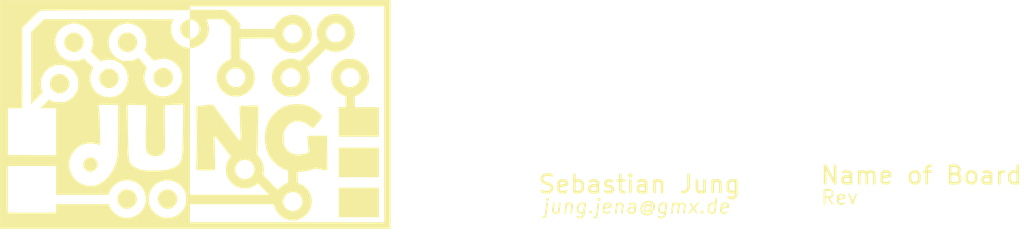
<source format=kicad_pcb>
(kicad_pcb (version 20171130) (host pcbnew "(5.1.4)-1")

  (general
    (thickness 1.6)
    (drawings 0)
    (tracks 0)
    (zones 0)
    (modules 3)
    (nets 1)
  )

  (page A4)
  (title_block
    (title DESIGN_TITLE)
    (rev VER_NO)
    (company "Sebastian Jung")
  )

  (layers
    (0 F.Cu signal)
    (31 B.Cu signal)
    (32 B.Adhes user)
    (33 F.Adhes user)
    (34 B.Paste user)
    (35 F.Paste user)
    (36 B.SilkS user)
    (37 F.SilkS user)
    (38 B.Mask user)
    (39 F.Mask user)
    (40 Dwgs.User user)
    (41 Cmts.User user)
    (42 Eco1.User user)
    (43 Eco2.User user)
    (44 Edge.Cuts user)
    (45 Margin user)
    (46 B.CrtYd user)
    (47 F.CrtYd user)
    (48 B.Fab user)
    (49 F.Fab user)
  )

  (setup
    (last_trace_width 0.25)
    (user_trace_width 0.2)
    (user_trace_width 0.3)
    (user_trace_width 0.4)
    (trace_clearance 0.2)
    (zone_clearance 0.508)
    (zone_45_only no)
    (trace_min 0.15)
    (via_size 0.5)
    (via_drill 0.25)
    (via_min_size 0.5)
    (via_min_drill 0.25)
    (user_via 0.6 0.3)
    (uvia_size 0.3)
    (uvia_drill 0.1)
    (uvias_allowed no)
    (uvia_min_size 0.2)
    (uvia_min_drill 0.1)
    (edge_width 0.1)
    (segment_width 0.2)
    (pcb_text_width 0.3)
    (pcb_text_size 1.5 1.5)
    (mod_edge_width 0.15)
    (mod_text_size 1 1)
    (mod_text_width 0.15)
    (pad_size 1.524 1.524)
    (pad_drill 0.762)
    (pad_to_mask_clearance 0)
    (aux_axis_origin 0 0)
    (visible_elements 7FFFFFFF)
    (pcbplotparams
      (layerselection 0x010fc_ffffffff)
      (usegerberextensions false)
      (usegerberattributes false)
      (usegerberadvancedattributes false)
      (creategerberjobfile false)
      (excludeedgelayer true)
      (linewidth 0.100000)
      (plotframeref false)
      (viasonmask false)
      (mode 1)
      (useauxorigin false)
      (hpglpennumber 1)
      (hpglpenspeed 20)
      (hpglpendiameter 15.000000)
      (psnegative false)
      (psa4output false)
      (plotreference true)
      (plotvalue true)
      (plotinvisibletext false)
      (padsonsilk false)
      (subtractmaskfromsilk false)
      (outputformat 1)
      (mirror false)
      (drillshape 1)
      (scaleselection 1)
      (outputdirectory ""))
  )

  (net 0 "")

  (net_class Default "This is the default net class."
    (clearance 0.2)
    (trace_width 0.25)
    (via_dia 0.5)
    (via_drill 0.25)
    (uvia_dia 0.3)
    (uvia_drill 0.1)
  )

  (module jung-logos:board-title (layer F.Cu) (tedit 5F994590) (tstamp 5F999051)
    (at 138.2776 191.4398)
    (fp_text reference LOGO** (at -1.9304 -4.6228) (layer F.Fab)
      (effects (font (size 1 1) (thickness 0.15)))
    )
    (fp_text value board-title (at -0.3556 -0.7874) (layer F.Fab)
      (effects (font (size 1 1) (thickness 0.15)))
    )
    (fp_text user Rev (at -3.556 -1.9812) (layer F.SilkS)
      (effects (font (size 0.8 0.8) (thickness 0.1)))
    )
    (fp_text user "Name of Board" (at 1.1176 -3.2512) (layer F.SilkS)
      (effects (font (size 1 1) (thickness 0.15)))
    )
  )

  (module jung-logos:board-author (layer F.Cu) (tedit 5F994643) (tstamp 5F99905D)
    (at 120.5992 191.0588)
    (fp_text reference LOGO** (at -0.3302 0.5588 180) (layer F.Fab)
      (effects (font (size 1 1) (thickness 0.15)))
    )
    (fp_text value board-author (at 1.9304 -3.9116) (layer F.Fab)
      (effects (font (size 1 1) (thickness 0.15)))
    )
    (fp_text user jung.jena@gmx.de (at 2.5146 -1.0922) (layer F.SilkS)
      (effects (font (size 0.8 0.8) (thickness 0.1) italic))
    )
    (fp_text user "Sebastian Jung" (at 2.6924 -2.3622) (layer F.SilkS)
      (effects (font (size 1 1) (thickness 0.15)))
    )
  )

  (module jung-logos:JungLogo (layer F.Cu) (tedit 0) (tstamp 5F998C9D)
    (at 97.917 184.7088)
    (fp_text reference LOGO*** (at -6.7564 -7.8232) (layer F.SilkS) hide
      (effects (font (size 1.524 1.524) (thickness 0.3)))
    )
    (fp_text value LOGO (at -8.3058 7.9756) (layer F.SilkS) hide
      (effects (font (size 1.524 1.524) (thickness 0.3)))
    )
    (fp_poly (pts (xy -3.70445 -4.650134) (xy -3.571126 -4.585209) (xy -3.459796 -4.486944) (xy -3.376597 -4.3636)
      (xy -3.327663 -4.223436) (xy -3.319128 -4.074712) (xy -3.337717 -3.978798) (xy -3.409059 -3.819817)
      (xy -3.51646 -3.69641) (xy -3.641928 -3.617015) (xy -3.788914 -3.567004) (xy -3.926761 -3.562396)
      (xy -4.068752 -3.603439) (xy -4.116439 -3.62585) (xy -4.255533 -3.718957) (xy -4.350474 -3.836163)
      (xy -4.403354 -3.98055) (xy -4.414736 -4.064745) (xy -4.404907 -4.238151) (xy -4.352191 -4.389614)
      (xy -4.261378 -4.513937) (xy -4.137259 -4.605924) (xy -3.984625 -4.660376) (xy -3.853635 -4.673459)
      (xy -3.70445 -4.650134)) (layer F.SilkS) (width 0.01))
    (fp_poly (pts (xy -1.747372 -2.653465) (xy -1.584379 -2.597372) (xy -1.455068 -2.504904) (xy -1.354907 -2.372327)
      (xy -1.318999 -2.300545) (xy -1.278375 -2.153744) (xy -1.282471 -2.010959) (xy -1.325228 -1.87777)
      (xy -1.40059 -1.759756) (xy -1.502501 -1.662495) (xy -1.624903 -1.591568) (xy -1.761739 -1.552553)
      (xy -1.906953 -1.551031) (xy -2.054488 -1.59258) (xy -2.076409 -1.602854) (xy -2.210123 -1.695073)
      (xy -2.308876 -1.817006) (xy -2.369306 -1.95942) (xy -2.388048 -2.113084) (xy -2.361739 -2.268766)
      (xy -2.339693 -2.325518) (xy -2.262518 -2.443896) (xy -2.153475 -2.542928) (xy -2.024898 -2.615785)
      (xy -1.889122 -2.655637) (xy -1.758481 -2.655656) (xy -1.747372 -2.653465)) (layer F.SilkS) (width 0.01))
    (fp_poly (pts (xy -6.720651 -4.623499) (xy -6.678562 -4.60375) (xy -6.542601 -4.509638) (xy -6.445891 -4.390103)
      (xy -6.389459 -4.253186) (xy -6.374335 -4.106927) (xy -6.401546 -3.959364) (xy -6.47212 -3.818538)
      (xy -6.564577 -3.712333) (xy -6.702656 -3.615069) (xy -6.851628 -3.565321) (xy -7.006164 -3.564292)
      (xy -7.105933 -3.589906) (xy -7.248605 -3.665424) (xy -7.359099 -3.771598) (xy -7.435396 -3.899865)
      (xy -7.475477 -4.041661) (xy -7.477324 -4.18842) (xy -7.438917 -4.331579) (xy -7.358239 -4.462573)
      (xy -7.321063 -4.502581) (xy -7.182642 -4.607935) (xy -7.035587 -4.663339) (xy -6.881167 -4.668594)
      (xy -6.720651 -4.623499)) (layer F.SilkS) (width 0.01))
    (fp_poly (pts (xy -4.784766 -2.592299) (xy -4.646188 -2.527139) (xy -4.524619 -2.428981) (xy -4.432812 -2.306369)
      (xy -4.416188 -2.2733) (xy -4.373932 -2.126319) (xy -4.376349 -1.981821) (xy -4.417434 -1.845811)
      (xy -4.491182 -1.724295) (xy -4.591589 -1.623276) (xy -4.712649 -1.54876) (xy -4.848359 -1.506752)
      (xy -4.992712 -1.503256) (xy -5.139705 -1.544277) (xy -5.1435 -1.545988) (xy -5.270838 -1.62848)
      (xy -5.375831 -1.743883) (xy -5.449936 -1.879445) (xy -5.484611 -2.022415) (xy -5.486117 -2.0574)
      (xy -5.462166 -2.204821) (xy -5.396041 -2.341803) (xy -5.296333 -2.459753) (xy -5.171636 -2.550079)
      (xy -5.030541 -2.604189) (xy -4.9276 -2.615917) (xy -4.784766 -2.592299)) (layer F.SilkS) (width 0.01))
    (fp_poly (pts (xy -5.893541 2.462434) (xy -5.775021 2.511018) (xy -5.674544 2.598915) (xy -5.601637 2.722865)
      (xy -5.573598 2.852341) (xy -5.589228 2.975302) (xy -5.641398 3.08531) (xy -5.722977 3.175927)
      (xy -5.826836 3.240716) (xy -5.945843 3.27324) (xy -6.072869 3.26706) (xy -6.167638 3.233883)
      (xy -6.279562 3.153338) (xy -6.354745 3.046513) (xy -6.39163 2.923772) (xy -6.38866 2.795482)
      (xy -6.344277 2.672006) (xy -6.266972 2.572931) (xy -6.148556 2.491353) (xy -6.021066 2.4552)
      (xy -5.893541 2.462434)) (layer F.SilkS) (width 0.01))
    (fp_poly (pts (xy -1.428655 4.306156) (xy -1.290754 4.369698) (xy -1.184673 4.459177) (xy -1.08778 4.592205)
      (xy -1.036644 4.739137) (xy -1.031355 4.891628) (xy -1.072 5.041333) (xy -1.15867 5.179905)
      (xy -1.176768 5.200435) (xy -1.240331 5.265292) (xy -1.296908 5.316086) (xy -1.325196 5.336352)
      (xy -1.408826 5.36575) (xy -1.517294 5.384494) (xy -1.625147 5.389119) (xy -1.6764 5.384145)
      (xy -1.827704 5.334791) (xy -1.951659 5.250039) (xy -2.045759 5.138087) (xy -2.107499 5.007132)
      (xy -2.134373 4.865373) (xy -2.123876 4.721009) (xy -2.073502 4.582237) (xy -1.980746 4.457256)
      (xy -1.964477 4.441549) (xy -1.825656 4.34247) (xy -1.675093 4.292475) (xy -1.588095 4.285634)
      (xy -1.428655 4.306156)) (layer F.SilkS) (width 0.01))
    (fp_poly (pts (xy -3.745815 4.308276) (xy -3.60414 4.375898) (xy -3.511885 4.451684) (xy -3.409993 4.585072)
      (xy -3.353643 4.731103) (xy -3.343262 4.882136) (xy -3.379278 5.030528) (xy -3.462118 5.168639)
      (xy -3.47115 5.179446) (xy -3.60015 5.296966) (xy -3.744543 5.368458) (xy -3.899734 5.392103)
      (xy -3.9878 5.384093) (xy -4.136875 5.334833) (xy -4.262154 5.248753) (xy -4.359174 5.134383)
      (xy -4.423467 5.000253) (xy -4.450569 4.854892) (xy -4.436014 4.706831) (xy -4.396891 4.602673)
      (xy -4.301222 4.46405) (xy -4.180209 4.363922) (xy -4.041921 4.303666) (xy -3.894433 4.284658)
      (xy -3.745815 4.308276)) (layer F.SilkS) (width 0.01))
    (fp_poly (pts (xy -7.566908 -2.275667) (xy -7.425089 -2.196139) (xy -7.344533 -2.122224) (xy -7.245663 -1.982424)
      (xy -7.195468 -1.834253) (xy -7.193813 -1.683415) (xy -7.240562 -1.535612) (xy -7.335579 -1.396547)
      (xy -7.362519 -1.368119) (xy -7.498573 -1.261884) (xy -7.644319 -1.205483) (xy -7.799533 -1.198971)
      (xy -7.934567 -1.231197) (xy -8.046057 -1.292065) (xy -8.152259 -1.386385) (xy -8.236972 -1.497995)
      (xy -8.270766 -1.566591) (xy -8.301881 -1.715404) (xy -8.288699 -1.867954) (xy -8.235352 -2.012647)
      (xy -8.145972 -2.13789) (xy -8.035742 -2.225812) (xy -7.878493 -2.291441) (xy -7.720129 -2.307747)
      (xy -7.566908 -2.275667)) (layer F.SilkS) (width 0.01))
    (fp_poly (pts (xy 8.150709 -5.726512) (xy 8.240245 -5.720967) (xy 8.311017 -5.708095) (xy 8.379034 -5.684928)
      (xy 8.460302 -5.648496) (xy 8.464766 -5.646384) (xy 8.667426 -5.524671) (xy 8.834508 -5.371678)
      (xy 8.963918 -5.193338) (xy 9.05356 -4.995585) (xy 9.101343 -4.784353) (xy 9.10517 -4.565576)
      (xy 9.062948 -4.345189) (xy 8.989093 -4.160635) (xy 8.86876 -3.975641) (xy 8.714573 -3.822342)
      (xy 8.533918 -3.703354) (xy 8.334184 -3.621292) (xy 8.122755 -3.578774) (xy 7.907019 -3.578415)
      (xy 7.694362 -3.622832) (xy 7.587805 -3.66433) (xy 7.448676 -3.728025) (xy 6.921742 -3.200643)
      (xy 6.394809 -2.673261) (xy 6.461546 -2.506445) (xy 6.526839 -2.279831) (xy 6.544078 -2.054155)
      (xy 6.515497 -1.835286) (xy 6.44333 -1.629092) (xy 6.329812 -1.441444) (xy 6.177177 -1.278209)
      (xy 5.987658 -1.145257) (xy 5.93237 -1.116253) (xy 5.844385 -1.075298) (xy 5.770731 -1.049098)
      (xy 5.694028 -1.033869) (xy 5.596897 -1.025827) (xy 5.50057 -1.022248) (xy 5.358782 -1.021158)
      (xy 5.251898 -1.028417) (xy 5.164477 -1.045576) (xy 5.11589 -1.060932) (xy 4.898179 -1.16382)
      (xy 4.714156 -1.303711) (xy 4.566614 -1.477282) (xy 4.458344 -1.681213) (xy 4.392137 -1.912182)
      (xy 4.389929 -1.924682) (xy 4.383711 -2.019571) (xy 4.91583 -2.019571) (xy 4.954357 -1.876729)
      (xy 5.031002 -1.747467) (xy 5.1437 -1.640359) (xy 5.258559 -1.576331) (xy 5.316334 -1.563605)
      (xy 5.404421 -1.556691) (xy 5.491655 -1.5568) (xy 5.596585 -1.565134) (xy 5.672904 -1.584354)
      (xy 5.742615 -1.621028) (xy 5.770839 -1.640125) (xy 5.890111 -1.751629) (xy 5.969057 -1.884597)
      (xy 6.006851 -2.030127) (xy 6.002668 -2.179317) (xy 5.955682 -2.323268) (xy 5.865067 -2.453076)
      (xy 5.847862 -2.470581) (xy 5.70957 -2.574415) (xy 5.56138 -2.630347) (xy 5.409687 -2.638589)
      (xy 5.260884 -2.599357) (xy 5.121362 -2.512866) (xy 5.049616 -2.44381) (xy 4.961394 -2.311687)
      (xy 4.917487 -2.167415) (xy 4.91583 -2.019571) (xy 4.383711 -2.019571) (xy 4.375359 -2.147006)
      (xy 4.406159 -2.357831) (xy 4.477452 -2.553137) (xy 4.584362 -2.728906) (xy 4.722012 -2.881116)
      (xy 4.885526 -3.00575) (xy 5.070026 -3.098786) (xy 5.270637 -3.156205) (xy 5.482481 -3.173987)
      (xy 5.700683 -3.148113) (xy 5.8293 -3.111142) (xy 6.0071 -3.048355) (xy 6.537186 -3.578339)
      (xy 7.067273 -4.108323) (xy 7.014276 -4.24997) (xy 6.954084 -4.478529) (xy 6.948588 -4.583359)
      (xy 7.480606 -4.583359) (xy 7.518569 -4.440013) (xy 7.594695 -4.311029) (xy 7.70705 -4.205441)
      (xy 7.797981 -4.15391) (xy 7.918609 -4.12225) (xy 8.059232 -4.119222) (xy 8.199137 -4.143066)
      (xy 8.317613 -4.192022) (xy 8.328648 -4.198997) (xy 8.4493 -4.306427) (xy 8.530453 -4.437306)
      (xy 8.570884 -4.582451) (xy 8.569367 -4.732675) (xy 8.52468 -4.878795) (xy 8.43675 -5.010353)
      (xy 8.30611 -5.121978) (xy 8.16208 -5.187086) (xy 8.011662 -5.205687) (xy 7.86186 -5.17779)
      (xy 7.719676 -5.103405) (xy 7.615016 -5.00921) (xy 7.526896 -4.876993) (xy 7.482737 -4.732031)
      (xy 7.480606 -4.583359) (xy 6.948588 -4.583359) (xy 6.94219 -4.705383) (xy 6.976249 -4.924825)
      (xy 7.053916 -5.131149) (xy 7.172847 -5.318649) (xy 7.330698 -5.481619) (xy 7.525124 -5.614353)
      (xy 7.588033 -5.646384) (xy 7.67033 -5.683521) (xy 7.738614 -5.707251) (xy 7.808893 -5.720544)
      (xy 7.897175 -5.726371) (xy 8.01947 -5.727699) (xy 8.0264 -5.7277) (xy 8.150709 -5.726512)) (layer F.SilkS) (width 0.01))
    (fp_poly (pts (xy 0.979353 -5.968666) (xy 1.200346 -5.967568) (xy 1.379447 -5.965565) (xy 1.521106 -5.962513)
      (xy 1.629776 -5.95827) (xy 1.709909 -5.952694) (xy 1.765956 -5.945642) (xy 1.802369 -5.936971)
      (xy 1.810565 -5.933848) (xy 1.854127 -5.90484) (xy 1.925516 -5.845591) (xy 2.017497 -5.762617)
      (xy 2.122833 -5.662436) (xy 2.22885 -5.557091) (xy 2.348774 -5.434942) (xy 2.437588 -5.341404)
      (xy 2.499725 -5.268799) (xy 2.539623 -5.209448) (xy 2.561715 -5.155671) (xy 2.570437 -5.099789)
      (xy 2.570226 -5.034123) (xy 2.566766 -4.97205) (xy 2.561031 -4.8768) (xy 4.509895 -4.8768)
      (xy 4.57944 -5.036435) (xy 4.692792 -5.235981) (xy 4.842009 -5.403714) (xy 5.020749 -5.535816)
      (xy 5.222673 -5.62847) (xy 5.441439 -5.67786) (xy 5.6515 -5.681856) (xy 5.830764 -5.656766)
      (xy 5.986149 -5.607604) (xy 6.140368 -5.526482) (xy 6.189301 -5.495067) (xy 6.358985 -5.352872)
      (xy 6.492765 -5.178186) (xy 6.587682 -4.977187) (xy 6.640779 -4.756055) (xy 6.649815 -4.533467)
      (xy 6.639919 -4.411275) (xy 6.620988 -4.315105) (xy 6.586576 -4.220247) (xy 6.544902 -4.1314)
      (xy 6.422087 -3.934814) (xy 6.27025 -3.77549) (xy 6.095475 -3.65397) (xy 5.903846 -3.570799)
      (xy 5.701446 -3.52652) (xy 5.49436 -3.521675) (xy 5.28867 -3.556808) (xy 5.090462 -3.632463)
      (xy 4.905817 -3.749182) (xy 4.740821 -3.907508) (xy 4.693871 -3.96611) (xy 4.632267 -4.059559)
      (xy 4.57765 -4.161657) (xy 4.553496 -4.218897) (xy 4.509065 -4.343993) (xy 3.543582 -4.337347)
      (xy 2.5781 -4.3307) (xy 2.564484 -3.157916) (xy 2.662142 -3.128657) (xy 2.773246 -3.081863)
      (xy 2.898367 -3.008527) (xy 3.019059 -2.921177) (xy 3.116874 -2.832343) (xy 3.143493 -2.80171)
      (xy 3.27161 -2.602738) (xy 3.353687 -2.392631) (xy 3.391105 -2.177382) (xy 3.385248 -1.962984)
      (xy 3.337496 -1.755431) (xy 3.249231 -1.560717) (xy 3.121834 -1.384833) (xy 2.956689 -1.233775)
      (xy 2.755176 -1.113534) (xy 2.754182 -1.113068) (xy 2.652385 -1.070176) (xy 2.558947 -1.04431)
      (xy 2.451408 -1.030394) (xy 2.366615 -1.025491) (xy 2.223469 -1.02511) (xy 2.099783 -1.035552)
      (xy 2.032 -1.049272) (xy 1.813337 -1.137964) (xy 1.621944 -1.267037) (xy 1.462407 -1.431418)
      (xy 1.339314 -1.626032) (xy 1.257252 -1.845805) (xy 1.239398 -1.925972) (xy 1.223961 -2.142595)
      (xy 1.226459 -2.1596) (xy 1.763685 -2.1596) (xy 1.768954 -2.009785) (xy 1.818505 -1.864667)
      (xy 1.900016 -1.747191) (xy 2.028572 -1.637236) (xy 2.172773 -1.570842) (xy 2.32493 -1.550009)
      (xy 2.477356 -1.576737) (xy 2.509065 -1.588741) (xy 2.639712 -1.667114) (xy 2.746341 -1.777821)
      (xy 2.822202 -1.909719) (xy 2.860547 -2.051664) (xy 2.859358 -2.167098) (xy 2.810878 -2.324056)
      (xy 2.719722 -2.462213) (xy 2.620146 -2.551644) (xy 2.55851 -2.591487) (xy 2.503097 -2.614697)
      (xy 2.436323 -2.625676) (xy 2.340605 -2.628822) (xy 2.3114 -2.6289) (xy 2.206127 -2.626978)
      (xy 2.134015 -2.618279) (xy 2.077481 -2.598403) (xy 2.01894 -2.562949) (xy 2.002653 -2.551644)
      (xy 1.881626 -2.439087) (xy 1.801606 -2.305553) (xy 1.763685 -2.1596) (xy 1.226459 -2.1596)
      (xy 1.255346 -2.356239) (xy 1.329751 -2.559719) (xy 1.443373 -2.74585) (xy 1.59241 -2.907445)
      (xy 1.773059 -3.03732) (xy 1.848229 -3.076404) (xy 2.030993 -3.1623) (xy 2.031496 -4.076198)
      (xy 2.031773 -4.579328) (xy 5.032287 -4.579328) (xy 5.033905 -4.54953) (xy 5.068005 -4.39372)
      (xy 5.141085 -4.262244) (xy 5.245465 -4.159359) (xy 5.373461 -4.089321) (xy 5.517392 -4.056386)
      (xy 5.669575 -4.064811) (xy 5.8166 -4.115908) (xy 5.950822 -4.209985) (xy 6.047779 -4.332649)
      (xy 6.104429 -4.475341) (xy 6.117731 -4.629497) (xy 6.084645 -4.786556) (xy 6.068645 -4.825544)
      (xy 6.013357 -4.931669) (xy 5.952757 -5.005022) (xy 5.870407 -5.062396) (xy 5.8039 -5.096052)
      (xy 5.643046 -5.146628) (xy 5.485596 -5.146808) (xy 5.334394 -5.096992) (xy 5.208805 -5.012153)
      (xy 5.106186 -4.89317) (xy 5.047435 -4.749128) (xy 5.032287 -4.579328) (xy 2.031773 -4.579328)
      (xy 2.032 -4.990096) (xy 1.810279 -5.212848) (xy 1.588559 -5.4356) (xy 0.636805 -5.4356)
      (xy 0.686277 -5.320187) (xy 0.757767 -5.092881) (xy 0.780121 -4.864304) (xy 0.754268 -4.640016)
      (xy 0.681137 -4.425578) (xy 0.561656 -4.22655) (xy 0.489031 -4.139123) (xy 0.32253 -3.98945)
      (xy 0.133143 -3.882075) (xy -0.038989 -3.823536) (xy -0.153092 -3.79445) (xy -0.228774 -3.782441)
      (xy -0.273911 -3.794162) (xy -0.296378 -3.836264) (xy -0.30405 -3.9154) (xy -0.304803 -4.038222)
      (xy -0.3048 -4.048054) (xy -0.3048 -4.311508) (xy -0.400384 -4.326792) (xy -0.546071 -4.373791)
      (xy -0.669722 -4.459199) (xy -0.76646 -4.574031) (xy -0.831404 -4.709301) (xy -0.859676 -4.856022)
      (xy -0.846397 -5.005208) (xy -0.816213 -5.0927) (xy -0.733195 -5.220007) (xy -0.616326 -5.325228)
      (xy -0.480488 -5.395985) (xy -0.435519 -5.409308) (xy -0.431801 -5.4102) (xy -0.3048 -5.4102)
      (xy -0.3048 -4.312347) (xy -0.210428 -4.330051) (xy -0.126325 -4.352077) (xy -0.051237 -4.38131)
      (xy -0.047878 -4.383012) (xy 0.056281 -4.46088) (xy 0.144334 -4.571419) (xy 0.209166 -4.700435)
      (xy 0.243661 -4.833732) (xy 0.240703 -4.957114) (xy 0.240464 -4.958229) (xy 0.189121 -5.104679)
      (xy 0.106992 -5.230955) (xy 0.002244 -5.329167) (xy -0.116955 -5.391423) (xy -0.227339 -5.4102)
      (xy -0.3048 -5.4102) (xy -0.431801 -5.4102) (xy -0.3048 -5.440667) (xy -0.3048 -5.969)
      (xy 0.712015 -5.969) (xy 0.979353 -5.968666)) (layer F.SilkS) (width 0.01))
    (fp_poly (pts (xy 8.968308 -3.161392) (xy 9.061523 -3.157032) (xy 9.132538 -3.146765) (xy 9.195646 -3.128136)
      (xy 9.265142 -3.098693) (xy 9.297603 -3.083494) (xy 9.47785 -2.981014) (xy 9.622591 -2.857406)
      (xy 9.746406 -2.700026) (xy 9.755077 -2.686784) (xy 9.853204 -2.491573) (xy 9.911348 -2.277337)
      (xy 9.928054 -2.056104) (xy 9.901865 -1.839902) (xy 9.870577 -1.732808) (xy 9.78565 -1.557882)
      (xy 9.664843 -1.393712) (xy 9.518582 -1.250837) (xy 9.357289 -1.139795) (xy 9.226511 -1.081648)
      (xy 9.1059 -1.041639) (xy 9.113701 -0.72402) (xy 9.121503 -0.4064) (xy 10.4902 -0.4064)
      (xy 10.4902 1.27) (xy 8.2042 1.27) (xy 8.2042 -0.4064) (xy 8.5852 -0.4064)
      (xy 8.5852 -1.030096) (xy 8.41375 -1.104213) (xy 8.255222 -1.193774) (xy 8.102856 -1.317739)
      (xy 7.970898 -1.462462) (xy 7.873595 -1.614294) (xy 7.866941 -1.62802) (xy 7.79093 -1.845581)
      (xy 7.767258 -2.029199) (xy 8.303109 -2.029199) (xy 8.34155 -1.887503) (xy 8.421108 -1.755075)
      (xy 8.474923 -1.696852) (xy 8.607647 -1.603097) (xy 8.755094 -1.556684) (xy 8.911935 -1.55828)
      (xy 9.072838 -1.608551) (xy 9.094871 -1.61925) (xy 9.227236 -1.712111) (xy 9.321997 -1.832225)
      (xy 9.377513 -1.970966) (xy 9.392141 -2.119705) (xy 9.364239 -2.269817) (xy 9.292167 -2.412673)
      (xy 9.255027 -2.460739) (xy 9.136654 -2.563574) (xy 8.994194 -2.622624) (xy 8.825734 -2.638613)
      (xy 8.789567 -2.636767) (xy 8.636189 -2.603425) (xy 8.508247 -2.532505) (xy 8.408354 -2.431815)
      (xy 8.339124 -2.309162) (xy 8.303171 -2.172355) (xy 8.303109 -2.029199) (xy 7.767258 -2.029199)
      (xy 7.762379 -2.067042) (xy 7.779013 -2.285948) (xy 7.838556 -2.495847) (xy 7.938735 -2.690285)
      (xy 8.077274 -2.862808) (xy 8.251899 -3.006963) (xy 8.378709 -3.079962) (xy 8.454209 -3.115727)
      (xy 8.516705 -3.139294) (xy 8.58035 -3.153197) (xy 8.659295 -3.15997) (xy 8.76769 -3.162145)
      (xy 8.838597 -3.1623) (xy 8.968308 -3.161392)) (layer F.SilkS) (width 0.01))
    (fp_poly (pts (xy 10.4902 3.5814) (xy 8.2042 3.5814) (xy 8.2042 1.905) (xy 10.4902 1.905)
      (xy 10.4902 3.5814)) (layer F.SilkS) (width 0.01))
    (fp_poly (pts (xy 10.4902 5.8674) (xy 8.2042 5.8674) (xy 8.2042 4.191) (xy 10.4902 4.191)
      (xy 10.4902 5.8674)) (layer F.SilkS) (width 0.01))
    (fp_poly (pts (xy 11.1506 6.5278) (xy -11.1506 6.5278) (xy -11.1506 2.9464) (xy -10.7188 2.9464)
      (xy -10.7188 5.6134) (xy -7.9502 5.6134) (xy -7.9502 5.1308) (xy -4.931637 5.1308)
      (xy -4.914859 5.20719) (xy -4.892333 5.26665) (xy -4.849309 5.34948) (xy -4.795044 5.437878)
      (xy -4.794338 5.438936) (xy -4.650389 5.61247) (xy -4.473446 5.749921) (xy -4.260915 5.853024)
      (xy -4.1021 5.902537) (xy -4.019023 5.912129) (xy -3.903977 5.910622) (xy -3.774168 5.899681)
      (xy -3.646798 5.880969) (xy -3.539071 5.856148) (xy -3.5052 5.844831) (xy -3.305263 5.742527)
      (xy -3.134378 5.602468) (xy -2.996712 5.431186) (xy -2.896431 5.23521) (xy -2.837701 5.021074)
      (xy -2.824688 4.795307) (xy -2.825588 4.779366) (xy -2.828333 4.7625) (xy -2.659821 4.7625)
      (xy -2.652982 4.991094) (xy -2.599987 5.207541) (xy -2.504978 5.405918) (xy -2.372096 5.580303)
      (xy -2.205485 5.724773) (xy -2.009285 5.833406) (xy -1.878985 5.878948) (xy -1.7226 5.905542)
      (xy -1.543905 5.909065) (xy -1.365136 5.890597) (xy -1.208532 5.851215) (xy -1.1938 5.845725)
      (xy -0.995038 5.742034) (xy -0.820059 5.596593) (xy -0.692752 5.44011) (xy -0.614513 5.311985)
      (xy -0.563334 5.19401) (xy -0.53426 5.06881) (xy -0.532982 5.05275) (xy 5.032566 5.05275)
      (xy 5.043347 5.13004) (xy 5.07079 5.201982) (xy 5.086347 5.2324) (xy 5.180435 5.357519)
      (xy 5.308691 5.455079) (xy 5.458377 5.517026) (xy 5.564339 5.5346) (xy 5.610529 5.529156)
      (xy 5.684578 5.512386) (xy 5.732584 5.499067) (xy 5.855504 5.4398) (xy 5.968727 5.34469)
      (xy 6.057215 5.228417) (xy 6.095586 5.144751) (xy 6.117655 5.004576) (xy 6.100583 4.853351)
      (xy 6.046761 4.709279) (xy 6.035811 4.689658) (xy 5.938006 4.568129) (xy 5.815165 4.484577)
      (xy 5.676227 4.43921) (xy 5.530129 4.432236) (xy 5.385807 4.463864) (xy 5.252199 4.534301)
      (xy 5.138243 4.643755) (xy 5.119996 4.668344) (xy 5.074441 4.743304) (xy 5.048829 4.818396)
      (xy 5.036317 4.915953) (xy 5.034365 4.947744) (xy 5.032566 5.05275) (xy -0.532982 5.05275)
      (xy -0.522336 4.919012) (xy -0.521246 4.8387) (xy -0.527052 4.672109) (xy -0.547772 4.537959)
      (xy -0.588361 4.418874) (xy -0.653774 4.297481) (xy -0.692752 4.237289) (xy -0.842437 4.056948)
      (xy -1.020145 3.918821) (xy -1.224552 3.823655) (xy -1.454332 3.772199) (xy -1.528167 3.765387)
      (xy -1.756276 3.774621) (xy -1.969697 3.829333) (xy -2.163453 3.925137) (xy -2.332568 4.057649)
      (xy -2.472064 4.222483) (xy -2.576964 4.415254) (xy -2.642292 4.631577) (xy -2.659821 4.7625)
      (xy -2.828333 4.7625) (xy -2.86399 4.543477) (xy -2.946423 4.330215) (xy -3.070983 4.143062)
      (xy -3.235767 3.985498) (xy -3.276156 3.955898) (xy -3.472651 3.847139) (xy -3.680267 3.783287)
      (xy -3.892477 3.762356) (xy -4.102754 3.782364) (xy -4.304572 3.841326) (xy -4.491404 3.937258)
      (xy -4.656724 4.068176) (xy -4.794004 4.232096) (xy -4.896718 4.427034) (xy -4.906019 4.45135)
      (xy -4.959807 4.5974) (xy -7.9502 4.5974) (xy -7.9502 2.9464) (xy -10.7188 2.9464)
      (xy -11.1506 2.9464) (xy -11.1506 2.923925) (xy -7.206111 2.923925) (xy -7.17326 3.146332)
      (xy -7.101454 3.355505) (xy -6.994563 3.547025) (xy -6.856457 3.716469) (xy -6.691005 3.859415)
      (xy -6.502079 3.971442) (xy -6.293549 4.048129) (xy -6.069284 4.085053) (xy -5.833155 4.077793)
      (xy -5.735301 4.06133) (xy -5.537292 4.00244) (xy -5.354493 3.909038) (xy -5.176937 3.775317)
      (xy -5.067698 3.672226) (xy -4.851975 3.420543) (xy -4.681318 3.14624) (xy -4.554066 2.846624)
      (xy -4.549199 2.8321) (xy -4.520527 2.742236) (xy -4.496037 2.655858) (xy -4.475398 2.568201)
      (xy -4.458279 2.474498) (xy -4.44435 2.369983) (xy -4.43328 2.249889) (xy -4.424738 2.109451)
      (xy -4.418394 1.943903) (xy -4.413917 1.748477) (xy -4.410976 1.518409) (xy -4.40924 1.248932)
      (xy -4.408379 0.935279) (xy -4.408209 0.8001) (xy -4.4069 -0.5461) (xy -3.8735 -0.5461)
      (xy -3.871317 -0.254) (xy -3.870335 -0.168829) (xy -3.868375 -0.039368) (xy -3.865558 0.127887)
      (xy -3.862003 0.326436) (xy -3.857827 0.549784) (xy -3.85315 0.791431) (xy -3.848091 1.044881)
      (xy -3.843206 1.2827) (xy -3.836864 1.582705) (xy -3.830983 1.836471) (xy -3.824988 2.04855)
      (xy -3.818306 2.223493) (xy -3.810363 2.365851) (xy -3.800584 2.480174) (xy -3.788396 2.571015)
      (xy -3.773225 2.642922) (xy -3.754497 2.700449) (xy -3.731638 2.748146) (xy -3.704075 2.790564)
      (xy -3.671232 2.832253) (xy -3.643696 2.864723) (xy -3.51161 2.9858) (xy -3.3432 3.081254)
      (xy -3.135168 3.152553) (xy -2.890702 3.200265) (xy -2.776315 3.210638) (xy -2.624778 3.216203)
      (xy -2.448181 3.217302) (xy -2.258614 3.214281) (xy -2.068168 3.207485) (xy -1.88893 3.197258)
      (xy -1.732992 3.183944) (xy -1.612444 3.167888) (xy -1.5875 3.163121) (xy -1.403473 3.113271)
      (xy -1.230688 3.045452) (xy -1.080828 2.965346) (xy -0.965573 2.878634) (xy -0.932901 2.844692)
      (xy -0.89286 2.794557) (xy -0.858076 2.741604) (xy -0.828126 2.681966) (xy -0.802583 2.611777)
      (xy -0.781026 2.527172) (xy -0.763028 2.424282) (xy -0.748167 2.299243) (xy -0.736017 2.148188)
      (xy -0.726154 1.96725) (xy -0.718155 1.752563) (xy -0.711594 1.50026) (xy -0.706049 1.206476)
      (xy -0.701094 0.867343) (xy -0.699134 0.714264) (xy -0.683225 -0.565371) (xy -1.198863 -0.546718)
      (xy -1.356149 -0.540449) (xy -1.496216 -0.533765) (xy -1.611097 -0.527136) (xy -1.692826 -0.521033)
      (xy -1.733435 -0.515926) (xy -1.736007 -0.515016) (xy -1.739897 -0.487789) (xy -1.742814 -0.414702)
      (xy -1.744747 -0.300687) (xy -1.745683 -0.150675) (xy -1.745614 0.030402) (xy -1.744526 0.237614)
      (xy -1.742409 0.466028) (xy -1.739253 0.710713) (xy -1.738827 0.739409) (xy -1.734646 1.025017)
      (xy -1.731501 1.264411) (xy -1.729474 1.462167) (xy -1.728649 1.622863) (xy -1.729111 1.751075)
      (xy -1.730941 1.85138) (xy -1.734225 1.928355) (xy -1.739046 1.986577) (xy -1.745487 2.030622)
      (xy -1.753633 2.065068) (xy -1.763566 2.094492) (xy -1.763596 2.09457) (xy -1.836031 2.222258)
      (xy -1.941943 2.312717) (xy -2.081977 2.366263) (xy -2.25678 2.383214) (xy -2.34487 2.379161)
      (xy -2.500938 2.353421) (xy -2.619554 2.302628) (xy -2.709668 2.222399) (xy -2.735097 2.188094)
      (xy -2.757746 2.150432) (xy -2.776783 2.107429) (xy -2.792393 2.054912) (xy -2.804763 1.988708)
      (xy -2.814079 1.904643) (xy -2.820528 1.798544) (xy -2.824296 1.666238) (xy -2.82557 1.503551)
      (xy -2.824536 1.306311) (xy -2.821381 1.070344) (xy -2.816291 0.791477) (xy -2.810306 0.504845)
      (xy -2.805981 0.280186) (xy -2.80304 0.073108) (xy -2.801483 -0.111078) (xy -2.801309 -0.267061)
      (xy -2.802519 -0.389529) (xy -2.805113 -0.473171) (xy -2.809091 -0.512676) (xy -2.810306 -0.515037)
      (xy -2.84125 -0.519501) (xy -2.915055 -0.524214) (xy -3.023788 -0.528851) (xy -3.159514 -0.533086)
      (xy -3.314297 -0.536594) (xy -3.3528 -0.537282) (xy -3.8735 -0.5461) (xy -4.4069 -0.5461)
      (xy -5.5245 -0.5461) (xy -5.518699 -0.4826) (xy -5.513769 -0.431138) (xy -5.505113 -0.343123)
      (xy -5.494111 -0.232545) (xy -5.486077 -0.1524) (xy -5.478867 -0.059425) (xy -5.471358 0.075502)
      (xy -5.463894 0.243537) (xy -5.456819 0.435835) (xy -5.450479 0.643552) (xy -5.445217 0.857844)
      (xy -5.443601 0.937636) (xy -5.439446 1.16402) (xy -5.436638 1.344606) (xy -5.435345 1.484379)
      (xy -5.435734 1.588327) (xy -5.437975 1.661437) (xy -5.442234 1.708696) (xy -5.448681 1.735091)
      (xy -5.457484 1.745609) (xy -5.46881 1.745238) (xy -5.470815 1.744521) (xy -5.682117 1.683872)
      (xy -5.907277 1.655139) (xy -6.131289 1.658631) (xy -6.339148 1.694657) (xy -6.43191 1.724802)
      (xy -6.639215 1.831131) (xy -6.824938 1.977546) (xy -6.981008 2.155692) (xy -7.099354 2.357219)
      (xy -7.139465 2.4571) (xy -7.196136 2.692707) (xy -7.206111 2.923925) (xy -11.1506 2.923925)
      (xy -11.1506 -0.3429) (xy -10.7061 -0.3429) (xy -10.7061 2.3241) (xy -9.328151 2.330668)
      (xy -7.950201 2.337237) (xy -7.950201 0.990818) (xy -7.9502 -0.3556) (xy -8.400888 -0.355601)
      (xy -8.851575 -0.355601) (xy -8.605964 -0.601211) (xy -8.360353 -0.846822) (xy -8.199727 -0.772661)
      (xy -8.125125 -0.740073) (xy -8.060641 -0.718705) (xy -7.991984 -0.706222) (xy -7.904862 -0.700283)
      (xy -7.784984 -0.69855) (xy -7.746466 -0.6985) (xy -7.618209 -0.699252) (xy -7.526415 -0.703275)
      (xy -7.456755 -0.713223) (xy -7.394895 -0.731751) (xy -7.326504 -0.761512) (xy -7.277399 -0.785358)
      (xy -7.078468 -0.909532) (xy -6.916251 -1.06866) (xy -6.789127 -1.264362) (xy -6.779758 -1.282999)
      (xy -6.742143 -1.361938) (xy -6.717323 -1.425909) (xy -6.702644 -1.489242) (xy -6.695454 -1.566269)
      (xy -6.693098 -1.671323) (xy -6.6929 -1.752066) (xy -6.693776 -1.881451) (xy -6.69808 -1.974441)
      (xy -6.708331 -2.045434) (xy -6.727045 -2.108827) (xy -6.756741 -2.179018) (xy -6.774006 -2.215916)
      (xy -6.891724 -2.409711) (xy -7.040644 -2.568295) (xy -7.214315 -2.690556) (xy -7.406283 -2.775383)
      (xy -7.610097 -2.821664) (xy -7.819305 -2.828288) (xy -8.027455 -2.794143) (xy -8.228094 -2.718118)
      (xy -8.414771 -2.599102) (xy -8.509234 -2.514834) (xy -8.651192 -2.339368) (xy -8.752677 -2.141628)
      (xy -8.811992 -1.929714) (xy -8.827442 -1.711726) (xy -8.797331 -1.495765) (xy -8.751461 -1.357761)
      (xy -8.710357 -1.259384) (xy -9.372601 -0.59714) (xy -9.3726 -2.654103) (xy -9.3726 -4.189672)
      (xy -7.996348 -4.189672) (xy -7.985541 -3.943643) (xy -7.92951 -3.719666) (xy -7.829601 -3.52001)
      (xy -7.687159 -3.346945) (xy -7.503531 -3.202739) (xy -7.366 -3.127107) (xy -7.299107 -3.097683)
      (xy -7.237457 -3.078442) (xy -7.167328 -3.067272) (xy -7.074995 -3.062063) (xy -6.946735 -3.060706)
      (xy -6.9342 -3.0607) (xy -6.802565 -3.06182) (xy -6.708002 -3.066591) (xy -6.636806 -3.077134)
      (xy -6.575273 -3.095568) (xy -6.509697 -3.124013) (xy -6.5024 -3.127485) (xy -6.3627 -3.194269)
      (xy -6.094512 -2.929564) (xy -5.826323 -2.664859) (xy -5.897613 -2.51988) (xy -5.972672 -2.312797)
      (xy -6.001732 -2.098607) (xy -5.987313 -1.884524) (xy -5.931931 -1.677764) (xy -5.838106 -1.48554)
      (xy -5.708354 -1.315069) (xy -5.545194 -1.173563) (xy -5.398154 -1.088777) (xy -5.170752 -1.008377)
      (xy -4.940735 -0.977951) (xy -4.711201 -0.997701) (xy -4.572395 -1.034592) (xy -4.369857 -1.12726)
      (xy -4.198457 -1.254834) (xy -4.059638 -1.411004) (xy -3.95484 -1.589462) (xy -3.885506 -1.783897)
      (xy -3.853075 -1.988) (xy -3.858991 -2.195463) (xy -3.904693 -2.399975) (xy -3.991623 -2.595227)
      (xy -4.121223 -2.77491) (xy -4.164391 -2.82061) (xy -4.284395 -2.921396) (xy -4.423449 -3.009067)
      (xy -4.464285 -3.029598) (xy -4.558385 -3.07026) (xy -4.642095 -3.095842) (xy -4.734885 -3.110594)
      (xy -4.856224 -3.118765) (xy -4.8768 -3.119634) (xy -5.009703 -3.122182) (xy -5.110912 -3.115991)
      (xy -5.199087 -3.09905) (xy -5.2705 -3.077187) (xy -5.4229 -3.025012) (xy -5.975038 -3.57502)
      (xy -5.922873 -3.714444) (xy -5.863014 -3.940727) (xy -5.855747 -4.068712) (xy -4.949072 -4.068712)
      (xy -4.920701 -3.863292) (xy -4.85365 -3.667312) (xy -4.74944 -3.486772) (xy -4.609591 -3.327675)
      (xy -4.435623 -3.196023) (xy -4.229056 -3.097818) (xy -4.194899 -3.086196) (xy -4.101774 -3.062733)
      (xy -3.996963 -3.051379) (xy -3.863875 -3.05066) (xy -3.813899 -3.052383) (xy -3.689584 -3.059545)
      (xy -3.598 -3.071663) (xy -3.521082 -3.092797) (xy -3.440768 -3.12701) (xy -3.405894 -3.144139)
      (xy -3.325815 -3.184044) (xy -3.266448 -3.213134) (xy -3.239503 -3.225677) (xy -3.239033 -3.2258)
      (xy -3.219735 -3.207694) (xy -3.175216 -3.15904) (xy -3.112753 -3.088334) (xy -3.039623 -3.004075)
      (xy -2.963103 -2.914759) (xy -2.89047 -2.828884) (xy -2.829001 -2.754945) (xy -2.785973 -2.701441)
      (xy -2.768662 -2.676869) (xy -2.7686 -2.676495) (xy -2.777343 -2.64513) (xy -2.800186 -2.581023)
      (xy -2.829894 -2.503893) (xy -2.895758 -2.278009) (xy -2.912909 -2.056807) (xy -2.898051 -1.91933)
      (xy -2.833216 -1.697655) (xy -2.728599 -1.501016) (xy -2.589826 -1.333048) (xy -2.422526 -1.197388)
      (xy -2.232324 -1.09767) (xy -2.024847 -1.037531) (xy -1.805723 -1.020607) (xy -1.580578 -1.050534)
      (xy -1.561087 -1.055421) (xy -1.341958 -1.137328) (xy -1.151998 -1.260458) (xy -0.993556 -1.422896)
      (xy -0.870609 -1.619409) (xy -0.823863 -1.719462) (xy -0.794645 -1.801818) (xy -0.777989 -1.886779)
      (xy -0.768929 -1.994643) (xy -0.766482 -2.044986) (xy -0.772124 -2.26754) (xy -0.812587 -2.460249)
      (xy -0.89157 -2.633416) (xy -1.012768 -2.797347) (xy -1.051659 -2.839736) (xy -1.229817 -2.991956)
      (xy -1.429048 -3.09948) (xy -1.644093 -3.161057) (xy -1.869694 -3.175432) (xy -2.10059 -3.141355)
      (xy -2.1971 -3.112561) (xy -2.26235 -3.088892) (xy -2.311108 -3.072795) (xy -2.350517 -3.06838)
      (xy -2.387716 -3.079755) (xy -2.429846 -3.11103) (xy -2.48405 -3.166312) (xy -2.557467 -3.249711)
      (xy -2.657238 -3.365335) (xy -2.678011 -3.38927) (xy -2.779217 -3.50954) (xy -2.845175 -3.597306)
      (xy -2.877545 -3.654968) (xy -2.880236 -3.68137) (xy -2.829521 -3.844708) (xy -2.803779 -4.030955)
      (xy -2.80349 -4.221891) (xy -2.829135 -4.399299) (xy -2.858776 -4.4958) (xy -2.963331 -4.699014)
      (xy -3.100286 -4.869235) (xy -3.263459 -5.005187) (xy -3.446669 -5.105594) (xy -3.643736 -5.16918)
      (xy -3.848478 -5.194667) (xy -4.054715 -5.18078) (xy -4.256264 -5.126242) (xy -4.446945 -5.029776)
      (xy -4.620578 -4.890107) (xy -4.645356 -4.864733) (xy -4.786905 -4.68158) (xy -4.883694 -4.483858)
      (xy -4.937243 -4.277568) (xy -4.949072 -4.068712) (xy -5.855747 -4.068712) (xy -5.850311 -4.164432)
      (xy -5.881724 -4.379983) (xy -5.95421 -4.581804) (xy -6.06473 -4.76432) (xy -6.210241 -4.921954)
      (xy -6.387703 -5.049131) (xy -6.594074 -5.140275) (xy -6.718366 -5.172937) (xy -6.841453 -5.194212)
      (xy -6.941053 -5.200262) (xy -7.041864 -5.191951) (xy -7.082778 -5.185681) (xy -7.31041 -5.123372)
      (xy -7.51626 -5.017678) (xy -7.694594 -4.872821) (xy -7.839679 -4.693027) (xy -7.902895 -4.581453)
      (xy -7.946808 -4.483988) (xy -7.973774 -4.397069) (xy -7.988896 -4.29929) (xy -7.996348 -4.189672)
      (xy -9.3726 -4.189672) (xy -9.3726 -4.711065) (xy -9.010979 -5.073333) (xy -8.649358 -5.4356)
      (xy -4.946979 -5.4356) (xy -4.517607 -5.435537) (xy -4.10234 -5.43535) (xy -3.703996 -5.435048)
      (xy -3.32539 -5.434638) (xy -2.969339 -5.434126) (xy -2.638661 -5.433521) (xy -2.336171 -5.432829)
      (xy -2.064686 -5.432057) (xy -1.827024 -5.431213) (xy -1.626 -5.430304) (xy -1.46443 -5.429337)
      (xy -1.345133 -5.428319) (xy -1.270924 -5.427258) (xy -1.24462 -5.42616) (xy -1.2446 -5.426129)
      (xy -1.253992 -5.399502) (xy -1.27801 -5.341776) (xy -1.296939 -5.298337) (xy -1.364606 -5.084939)
      (xy -1.38506 -4.864815) (xy -1.359788 -4.645688) (xy -1.29028 -4.435279) (xy -1.178024 -4.241312)
      (xy -1.068503 -4.113098) (xy -0.890846 -3.96796) (xy -0.690402 -3.866748) (xy -0.474877 -3.809003)
      (xy -0.3048 -3.779386) (xy -0.3048 4.5974) (xy 4.228367 4.5974) (xy 3.901581 4.269887)
      (xy 3.574796 3.942375) (xy 3.464671 4.026436) (xy 3.299147 4.129784) (xy 3.120309 4.193868)
      (xy 2.916741 4.222262) (xy 2.8321 4.224437) (xy 2.635615 4.211952) (xy 2.465141 4.170584)
      (xy 2.302514 4.094463) (xy 2.17726 4.012823) (xy 2.047868 3.897253) (xy 1.929936 3.750012)
      (xy 1.83655 3.589399) (xy 1.790924 3.472631) (xy 1.764865 3.338512) (xy 1.7543 3.17857)
      (xy 1.754972 3.156342) (xy 2.277921 3.156342) (xy 2.297561 3.298936) (xy 2.356324 3.435216)
      (xy 2.456881 3.557636) (xy 2.482112 3.579685) (xy 2.623829 3.66679) (xy 2.778278 3.704846)
      (xy 2.943886 3.693551) (xy 2.999173 3.679407) (xy 3.13941 3.612233) (xy 3.252618 3.507319)
      (xy 3.332714 3.373207) (xy 3.373617 3.218436) (xy 3.377642 3.14793) (xy 3.354217 2.982911)
      (xy 3.2894 2.838971) (xy 3.189272 2.722321) (xy 3.059915 2.639172) (xy 2.90741 2.595736)
      (xy 2.8321 2.5908) (xy 2.673089 2.612798) (xy 2.537176 2.673762) (xy 2.427032 2.766145)
      (xy 2.345328 2.8824) (xy 2.294734 3.014981) (xy 2.277921 3.156342) (xy 1.754972 3.156342)
      (xy 1.759248 3.015002) (xy 1.779731 2.870002) (xy 1.790306 2.828649) (xy 1.825122 2.738576)
      (xy 1.877446 2.632957) (xy 1.925755 2.550989) (xy 2.023498 2.4003) (xy 1.608864 1.851138)
      (xy 1.473681 1.672598) (xy 1.365509 1.531124) (xy 1.281164 1.422928) (xy 1.217462 1.344224)
      (xy 1.171219 1.291225) (xy 1.139251 1.260143) (xy 1.118374 1.247193) (xy 1.105404 1.248587)
      (xy 1.103573 1.250159) (xy 1.101341 1.277602) (xy 1.10061 1.350098) (xy 1.101299 1.461923)
      (xy 1.103329 1.607355) (xy 1.106619 1.78067) (xy 1.111089 1.976147) (xy 1.11666 2.188061)
      (xy 1.116765 2.191821) (xy 1.122303 2.405353) (xy 1.126613 2.603747) (xy 1.129629 2.78106)
      (xy 1.131286 2.931346) (xy 1.131516 3.04866) (xy 1.130256 3.127057) (xy 1.127459 3.160542)
      (xy 1.116362 3.174202) (xy 1.090718 3.184401) (xy 1.044095 3.191621) (xy 0.970063 3.196344)
      (xy 0.862191 3.199052) (xy 0.714047 3.200228) (xy 0.595894 3.2004) (xy 0.421252 3.200138)
      (xy 0.290733 3.198948) (xy 0.19766 3.196221) (xy 0.135357 3.191346) (xy 0.097148 3.183715)
      (xy 0.076356 3.172719) (xy 0.066305 3.157747) (xy 0.064224 3.151884) (xy 0.06088 3.113149)
      (xy 0.060088 3.031707) (xy 0.06171 2.915578) (xy 0.065605 2.772783) (xy 0.071634 2.611343)
      (xy 0.074951 2.535934) (xy 0.086643 2.214549) (xy 0.094257 1.854739) (xy 0.097775 1.468715)
      (xy 0.097178 1.068688) (xy 0.09245 0.66687) (xy 0.083572 0.275473) (xy 0.078504 0.1143)
      (xy 0.073448 -0.046151) (xy 0.069775 -0.189875) (xy 0.067617 -0.308949) (xy 0.067107 -0.395453)
      (xy 0.068377 -0.441464) (xy 0.069115 -0.446156) (xy 0.096439 -0.458475) (xy 0.165355 -0.473124)
      (xy 0.266801 -0.488565) (xy 0.391718 -0.503263) (xy 0.426366 -0.506719) (xy 0.565701 -0.520141)
      (xy 0.69753 -0.532871) (xy 0.808179 -0.543588) (xy 0.883973 -0.550969) (xy 0.891442 -0.551702)
      (xy 1.008184 -0.563176) (xy 1.69736 0.385269) (xy 1.840844 0.582252) (xy 1.977669 0.769179)
      (xy 2.104442 0.94148) (xy 2.217769 1.094581) (xy 2.314256 1.22391) (xy 2.390509 1.324896)
      (xy 2.443133 1.392965) (xy 2.466035 1.420754) (xy 2.515309 1.471848) (xy 2.543625 1.488623)
      (xy 2.562829 1.475549) (xy 2.57189 1.4607) (xy 2.582164 1.41278) (xy 2.587271 1.316141)
      (xy 2.587174 1.172601) (xy 2.581837 0.983982) (xy 2.58168 0.979852) (xy 2.575196 0.805325)
      (xy 2.567824 0.599162) (xy 2.560233 0.380503) (xy 2.553088 0.168488) (xy 2.54872 0.034582)
      (xy 2.532326 -0.476936) (xy 2.898113 -0.494533) (xy 3.046222 -0.500475) (xy 3.192046 -0.504256)
      (xy 3.320385 -0.505612) (xy 3.416039 -0.50428) (xy 3.429 -0.503715) (xy 3.5941 -0.4953)
      (xy 3.592496 -0.1651) (xy 3.591615 -0.066083) (xy 3.589781 0.076092) (xy 3.587122 0.253792)
      (xy 3.583763 0.459385) (xy 3.57983 0.685239) (xy 3.575449 0.923723) (xy 3.570745 1.167205)
      (xy 3.569414 1.23391) (xy 3.547935 2.30272) (xy 3.678043 2.472472) (xy 3.802829 2.670781)
      (xy 3.879009 2.878954) (xy 3.908637 3.103095) (xy 3.909068 3.158625) (xy 3.905102 3.259304)
      (xy 3.897162 3.347627) (xy 3.887167 3.4036) (xy 3.883851 3.426892) (xy 3.890629 3.454033)
      (xy 3.911536 3.489936) (xy 3.950606 3.539519) (xy 4.011873 3.607697) (xy 4.099373 3.699384)
      (xy 4.21714 3.819498) (xy 4.283925 3.886999) (xy 4.700053 4.306899) (xy 4.8284 4.186401)
      (xy 4.970029 4.075683) (xy 5.135781 3.980666) (xy 5.26487 3.927558) (xy 5.282957 3.917225)
      (xy 5.295144 3.894867) (xy 5.30229 3.85232) (xy 5.305253 3.781422) (xy 5.304892 3.674009)
      (xy 5.30297 3.565259) (xy 5.2959 3.217877) (xy 5.161183 3.172121) (xy 4.952601 3.079173)
      (xy 4.744539 2.945806) (xy 4.548241 2.781259) (xy 4.374954 2.594767) (xy 4.255664 2.428336)
      (xy 4.13138 2.183132) (xy 4.042633 1.909539) (xy 3.990548 1.616534) (xy 3.976247 1.313092)
      (xy 4.000853 1.008192) (xy 4.048498 0.772349) (xy 4.144957 0.495219) (xy 4.282587 0.23884)
      (xy 4.456578 0.008445) (xy 4.66212 -0.190734) (xy 4.894402 -0.353462) (xy 5.148613 -0.474508)
      (xy 5.216384 -0.498081) (xy 5.417061 -0.546608) (xy 5.645226 -0.57526) (xy 5.881225 -0.583092)
      (xy 6.105405 -0.569157) (xy 6.23868 -0.547287) (xy 6.51883 -0.462461) (xy 6.771864 -0.33628)
      (xy 6.994731 -0.170367) (xy 7.05485 -0.11349) (xy 7.133622 -0.030146) (xy 7.195209 0.043975)
      (xy 7.231991 0.099217) (xy 7.239 0.119921) (xy 7.222739 0.170858) (xy 7.178844 0.249221)
      (xy 7.114643 0.345584) (xy 7.037465 0.45052) (xy 6.954641 0.554603) (xy 6.873498 0.648406)
      (xy 6.801367 0.722503) (xy 6.745576 0.767466) (xy 6.729551 0.775159) (xy 6.687785 0.772387)
      (xy 6.627626 0.73926) (xy 6.542033 0.671808) (xy 6.534122 0.665023) (xy 6.391799 0.553899)
      (xy 6.258 0.477187) (xy 6.115079 0.425758) (xy 6.034525 0.406641) (xy 5.826599 0.38634)
      (xy 5.635416 0.413545) (xy 5.463481 0.486998) (xy 5.313295 0.605441) (xy 5.187364 0.767617)
      (xy 5.138069 0.856964) (xy 5.098259 0.939019) (xy 5.071304 1.003536) (xy 5.054696 1.063893)
      (xy 5.04593 1.133467) (xy 5.0425 1.225637) (xy 5.0419 1.353781) (xy 5.0419 1.370367)
      (xy 5.042795 1.507464) (xy 5.0467 1.606432) (xy 5.055443 1.67993) (xy 5.070854 1.740615)
      (xy 5.094759 1.801146) (xy 5.108443 1.830996) (xy 5.215323 2.004769) (xy 5.35322 2.139652)
      (xy 5.519426 2.234751) (xy 5.711235 2.289166) (xy 5.92594 2.302003) (xy 6.160834 2.272364)
      (xy 6.317628 2.231583) (xy 6.484014 2.180192) (xy 6.469007 1.998146) (xy 6.459756 1.891535)
      (xy 6.447348 1.756076) (xy 6.433791 1.61346) (xy 6.426754 1.541668) (xy 6.416795 1.428072)
      (xy 6.410952 1.333271) (xy 6.409769 1.26859) (xy 6.412535 1.246159) (xy 6.440662 1.240125)
      (xy 6.512043 1.235079) (xy 6.619139 1.231257) (xy 6.75441 1.228897) (xy 6.910316 1.228235)
      (xy 6.975459 1.228491) (xy 7.525356 1.2319) (xy 7.533473 2.1336) (xy 7.535572 2.345931)
      (xy 7.537893 2.544766) (xy 7.540336 2.723734) (xy 7.5428 2.876469) (xy 7.545182 2.996603)
      (xy 7.547381 3.077766) (xy 7.549045 3.1115) (xy 7.54832 3.165668) (xy 7.521657 3.18852)
      (xy 7.479107 3.195274) (xy 7.421506 3.192751) (xy 7.329638 3.179796) (xy 7.218401 3.158755)
      (xy 7.148907 3.143305) (xy 6.8961 3.083762) (xy 6.708764 3.142506) (xy 6.55164 3.185979)
      (xy 6.379336 3.224112) (xy 6.208722 3.253863) (xy 6.056665 3.272187) (xy 5.965672 3.2766)
      (xy 5.842 3.2766) (xy 5.842 3.6068) (xy 5.842724 3.743173) (xy 5.845541 3.836537)
      (xy 5.851412 3.89467) (xy 5.861302 3.92535) (xy 5.876173 3.936356) (xy 5.882894 3.937)
      (xy 5.938949 3.951411) (xy 6.021581 3.989465) (xy 6.117445 4.043394) (xy 6.213194 4.105429)
      (xy 6.295481 4.1678) (xy 6.325026 4.194357) (xy 6.474263 4.373532) (xy 6.580156 4.577332)
      (xy 6.640585 4.800696) (xy 6.6548 4.981464) (xy 6.630651 5.207804) (xy 6.561217 5.418795)
      (xy 6.451012 5.609106) (xy 6.304553 5.773407) (xy 6.126356 5.906367) (xy 5.920936 6.002657)
      (xy 5.75147 6.04765) (xy 5.536521 6.062628) (xy 5.324089 6.03147) (xy 5.121261 5.958634)
      (xy 4.935127 5.84858) (xy 4.772775 5.705764) (xy 4.641294 5.534647) (xy 4.547773 5.339685)
      (xy 4.528539 5.278514) (xy 4.487471 5.1308) (xy -0.3048 5.1308) (xy -0.3048 6.1722)
      (xy 10.795 6.1722) (xy 10.795 -6.1722) (xy -0.3048 -6.1722) (xy -0.3048 -6.074053)
      (xy -0.307123 -6.014634) (xy -0.322968 -5.983667) (xy -0.365656 -5.968427) (xy -0.424735 -5.959467)
      (xy -0.463045 -5.957664) (xy -0.549391 -5.955926) (xy -0.681007 -5.954265) (xy -0.855129 -5.95269)
      (xy -1.068993 -5.951211) (xy -1.319834 -5.949838) (xy -1.604887 -5.948582) (xy -1.921387 -5.947452)
      (xy -2.26657 -5.946458) (xy -2.637672 -5.945612) (xy -3.031927 -5.944921) (xy -3.446572 -5.944398)
      (xy -3.87884 -5.944051) (xy -4.325969 -5.943891) (xy -4.692501 -5.943905) (xy -5.255006 -5.943874)
      (xy -5.781848 -5.943543) (xy -6.271813 -5.942917) (xy -6.723686 -5.942003) (xy -7.136252 -5.940809)
      (xy -7.508297 -5.939341) (xy -7.838606 -5.937606) (xy -8.125965 -5.93561) (xy -8.369158 -5.933361)
      (xy -8.566971 -5.930865) (xy -8.71819 -5.928129) (xy -8.821599 -5.92516) (xy -8.875985 -5.921964)
      (xy -8.884217 -5.920414) (xy -8.91336 -5.896416) (xy -8.972988 -5.841284) (xy -9.057904 -5.76004)
      (xy -9.162908 -5.657706) (xy -9.282804 -5.539305) (xy -9.4059 -5.416378) (xy -9.883699 -4.93671)
      (xy -9.881415 -2.646788) (xy -9.87913 -0.356866) (xy -10.7061 -0.3429) (xy -11.1506 -0.3429)
      (xy -11.1506 -6.5278) (xy 11.1506 -6.5278) (xy 11.1506 6.5278)) (layer F.SilkS) (width 0.01))
  )

)

</source>
